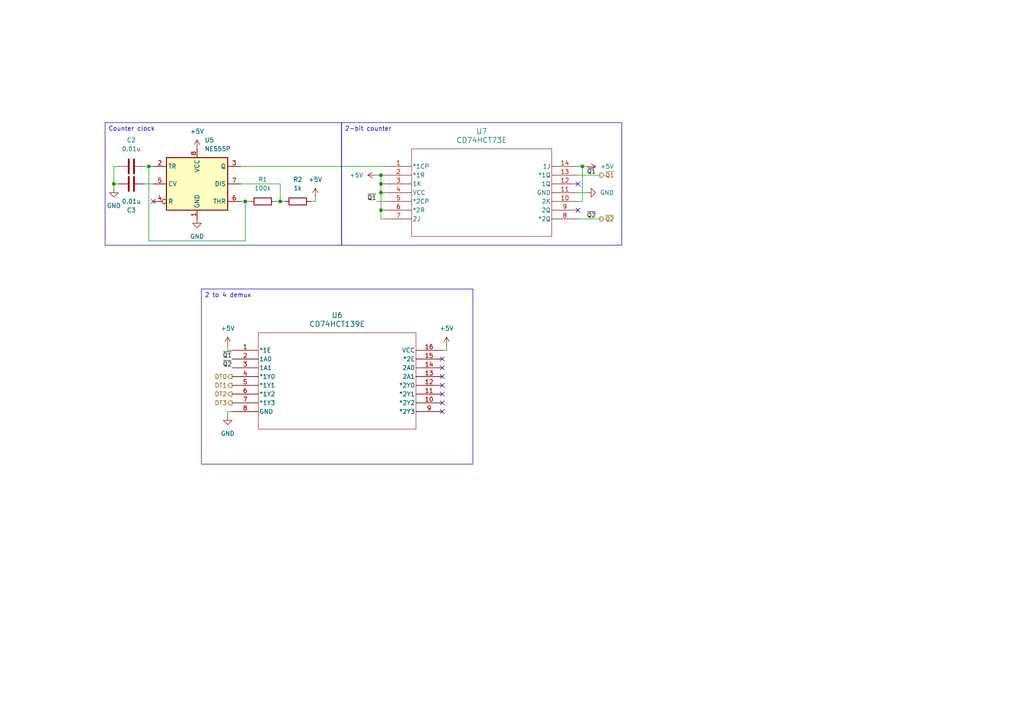
<source format=kicad_sch>
(kicad_sch (version 20231120) (generator "eeschema") (generator_version "8.0")
  (paper "A4")
  (lib_symbols
    (symbol "2x_2_to_4_demux:CD74HCT139E" (pin_names (offset 0.254))
      (property "Reference" "U" (at 30.48 10.16 0))
      (property "Value" "CD74HCT139E" (at 30.48 7.62 0))
      (symbol "CD74HCT139E_0_1"
        (polyline (pts (xy 7.62 -22.86) (xy 53.34 -22.86)) (stroke (width 0.127)))
        (polyline (pts (xy 7.62 5.08) (xy 7.62 -22.86)) (stroke (width 0.127)))
        (polyline (pts (xy 53.34 -22.86) (xy 53.34 5.08)) (stroke (width 0.127)))
        (polyline (pts (xy 53.34 5.08) (xy 7.62 5.08)) (stroke (width 0.127)))
        (pin input line (at 0 0 0) (length 7.62) (name "*1E") (number "1"))
        (pin output line (at 60.96 -15.24 180) (length 7.62) (name "*2Y2") (number "10"))
        (pin output line (at 60.96 -12.7 180) (length 7.62) (name "*2Y1") (number "11"))
        (pin output line (at 60.96 -10.16 180) (length 7.62) (name "*2Y0") (number "12"))
        (pin input line (at 60.96 -7.62 180) (length 7.62) (name "2A1") (number "13"))
        (pin input line (at 60.96 -5.08 180) (length 7.62) (name "2A0") (number "14"))
        (pin input line (at 60.96 -2.54 180) (length 7.62) (name "*2E") (number "15"))
        (pin power_in line (at 60.96 0 180) (length 7.62) (name "VCC") (number "16"))
        (pin input line (at 0 -2.54 0) (length 7.62) (name "1A0") (number "2"))
        (pin input line (at 0 -5.08 0) (length 7.62) (name "1A1") (number "3"))
        (pin output line (at 0 -7.62 0) (length 7.62) (name "*1Y0") (number "4"))
        (pin output line (at 0 -10.16 0) (length 7.62) (name "*1Y1") (number "5"))
        (pin output line (at 0 -12.7 0) (length 7.62) (name "*1Y2") (number "6"))
        (pin output line (at 0 -15.24 0) (length 7.62) (name "*1Y3") (number "7"))
        (pin power_in line (at 0 -17.78 0) (length 7.62) (name "GND") (number "8"))
        (pin output line (at 60.96 -17.78 180) (length 7.62) (name "*2Y3") (number "9"))
      )
    )
    (symbol "2x_JK_FF:CD74HCT73E" (pin_names (offset 0.254))
      (property "Reference" "U" (at 27.94 10.16 0))
      (property "Value" "CD74HCT73E" (at 27.94 7.62 0))
      (symbol "CD74HCT73E_0_1"
        (polyline (pts (xy 7.62 -20.32) (xy 48.26 -20.32)) (stroke (width 0.127)))
        (polyline (pts (xy 7.62 5.08) (xy 7.62 -20.32)) (stroke (width 0.127)))
        (polyline (pts (xy 48.26 -20.32) (xy 48.26 5.08)) (stroke (width 0.127)))
        (polyline (pts (xy 48.26 5.08) (xy 7.62 5.08)) (stroke (width 0.127)))
        (pin input line (at 0 0 0) (length 7.62) (name "*1CP") (number "1"))
        (pin input line (at 55.88 -10.16 180) (length 7.62) (name "2K") (number "10"))
        (pin power_in line (at 55.88 -7.62 180) (length 7.62) (name "GND") (number "11"))
        (pin output line (at 55.88 -5.08 180) (length 7.62) (name "1Q") (number "12"))
        (pin output line (at 55.88 -2.54 180) (length 7.62) (name "*1Q") (number "13"))
        (pin input line (at 55.88 0 180) (length 7.62) (name "1J") (number "14"))
        (pin input line (at 0 -2.54 0) (length 7.62) (name "*1R") (number "2"))
        (pin input line (at 0 -5.08 0) (length 7.62) (name "1K") (number "3"))
        (pin power_in line (at 0 -7.62 0) (length 7.62) (name "VCC") (number "4"))
        (pin input line (at 0 -10.16 0) (length 7.62) (name "*2CP") (number "5"))
        (pin input line (at 0 -12.7 0) (length 7.62) (name "*2R") (number "6"))
        (pin input line (at 0 -15.24 0) (length 7.62) (name "2J") (number "7"))
        (pin output line (at 55.88 -15.24 180) (length 7.62) (name "*2Q") (number "8"))
        (pin output line (at 55.88 -12.7 180) (length 7.62) (name "2Q") (number "9"))
      )
    )
    (symbol "Device:C" (pin_numbers hide) (pin_names (offset 0.254))
      (property "Reference" "C" (at 0.635 2.54 0))
      (property "Value" "C" (at 0.635 -2.54 0))
      (symbol "C_0_1"
        (polyline (pts (xy -2.032 -0.762) (xy 2.032 -0.762)) (stroke (width 0.508)))
        (polyline (pts (xy -2.032 0.762) (xy 2.032 0.762)) (stroke (width 0.508)))
      )
      (symbol "C_1_1"
        (pin passive line (at 0 3.81 270) (length 2.794) (name "~") (number "1"))
        (pin passive line (at 0 -3.81 90) (length 2.794) (name "~") (number "2"))
      )
    )
    (symbol "Device:R" (pin_numbers hide) (pin_names (offset 0))
      (property "Reference" "R" (at 2.032 0 90))
      (property "Value" "R" (at 0 0 90))
      (symbol "R_0_1"
        (rectangle (start -1.016 -2.54) (end 1.016 2.54) (stroke (width 0.254)))
      )
      (symbol "R_1_1"
        (pin passive line (at 0 3.81 270) (length 1.27) (name "~") (number "1"))
        (pin passive line (at 0 -3.81 90) (length 1.27) (name "~") (number "2"))
      )
    )
    (symbol "Timer:NE555P"
      (property "Reference" "U" (at -10.16 8.89 0))
      (property "Value" "NE555P" (at 2.54 8.89 0))
      (symbol "NE555P_0_0"
        (pin power_in line (at 0 -10.16 90) (length 2.54) (name "GND") (number "1"))
        (pin power_in line (at 0 10.16 270) (length 2.54) (name "VCC") (number "8"))
      )
      (symbol "NE555P_0_1"
        (rectangle (start -8.89 -7.62) (end 8.89 7.62) (stroke (width 0.254)) (fill (type background)))
        (rectangle (start -8.89 -7.62) (end 8.89 7.62) (stroke (width 0.254)) (fill (type background)))
      )
      (symbol "NE555P_1_1"
        (pin input line (at -12.7 5.08 0) (length 3.81) (name "TR") (number "2"))
        (pin output line (at 12.7 5.08 180) (length 3.81) (name "Q") (number "3"))
        (pin input inverted (at -12.7 -5.08 0) (length 3.81) (name "R") (number "4"))
        (pin input line (at -12.7 0 0) (length 3.81) (name "CV") (number "5"))
        (pin input line (at 12.7 -5.08 180) (length 3.81) (name "THR") (number "6"))
        (pin input line (at 12.7 0 180) (length 3.81) (name "DIS") (number "7"))
      )
    )
    (symbol "power:+5V" (power) (pin_numbers hide) (pin_names (offset 0) hide)
      (property "Value" "+5V" (at 0 3.556 0))
      (symbol "+5V_0_1"
        (polyline (pts (xy -0.762 1.27) (xy 0 2.54)))
        (polyline (pts (xy 0 0) (xy 0 2.54)))
        (polyline (pts (xy 0 2.54) (xy 0.762 1.27)))
      )
      (symbol "+5V_1_1"
        (pin power_in line (at 0 0 90) (length 0) (name "~") (number "1"))
      )
    )
    (symbol "power:GND" (power) (pin_numbers hide) (pin_names (offset 0) hide)
      (property "Value" "GND" (at 0 -3.81 0))
      (symbol "GND_0_1"
        (polyline (pts (xy 0 0) (xy 0 -1.27) (xy 1.27 -1.27) (xy 0 -2.54) (xy -1.27 -1.27) (xy 0 -1.27)))
      )
      (symbol "GND_1_1"
        (pin power_in line (at 0 0 270) (length 0) (name "~") (number "1"))
      )
    )
  )
  (junction (at 110.49 60.96))
  (junction (at 81.28 58.42))
  (junction (at 110.49 55.88))
  (junction (at 33.02 53.34))
  (junction (at 168.91 48.26))
  (junction (at 71.12 58.42))
  (junction (at 43.18 48.26))
  (junction (at 110.49 53.34))
  (junction (at 110.49 50.8))
  (no_connect (at 128.27 114.3))
  (no_connect (at 128.27 109.22))
  (no_connect (at 128.27 119.38))
  (no_connect (at 44.45 58.42))
  (no_connect (at 128.27 116.84))
  (no_connect (at 128.27 106.68))
  (no_connect (at 167.64 60.96))
  (no_connect (at 128.27 104.14))
  (no_connect (at 128.27 111.76))
  (no_connect (at 167.64 53.34))
  (wire (pts (xy 69.85 48.26) (xy 111.76 48.26)))
  (wire (pts (xy 80.01 58.42) (xy 81.28 58.42)))
  (wire (pts (xy 111.76 55.88) (xy 110.49 55.88)))
  (wire (pts (xy 110.49 50.8) (xy 111.76 50.8)))
  (wire (pts (xy 109.22 58.42) (xy 111.76 58.42)))
  (wire (pts (xy 33.02 53.34) (xy 33.02 54.61)))
  (wire (pts (xy 67.31 119.38) (xy 66.04 119.38)))
  (wire (pts (xy 129.54 100.33) (xy 129.54 101.6)))
  (wire (pts (xy 69.85 58.42) (xy 71.12 58.42)))
  (wire (pts (xy 66.04 101.6) (xy 67.31 101.6)))
  (wire (pts (xy 111.76 53.34) (xy 110.49 53.34)))
  (wire (pts (xy 110.49 60.96) (xy 110.49 63.5)))
  (wire (pts (xy 110.49 55.88) (xy 110.49 60.96)))
  (wire (pts (xy 41.91 53.34) (xy 44.45 53.34)))
  (wire (pts (xy 109.22 50.8) (xy 110.49 50.8)))
  (wire (pts (xy 71.12 69.85) (xy 71.12 58.42)))
  (wire (pts (xy 168.91 48.26) (xy 170.18 48.26)))
  (wire (pts (xy 129.54 101.6) (xy 128.27 101.6)))
  (wire (pts (xy 43.18 69.85) (xy 71.12 69.85)))
  (wire (pts (xy 66.04 100.33) (xy 66.04 101.6)))
  (wire (pts (xy 91.44 58.42) (xy 90.17 58.42)))
  (wire (pts (xy 168.91 58.42) (xy 168.91 48.26)))
  (wire (pts (xy 66.04 119.38) (xy 66.04 120.65)))
  (wire (pts (xy 167.64 48.26) (xy 168.91 48.26)))
  (wire (pts (xy 110.49 53.34) (xy 110.49 50.8)))
  (wire (pts (xy 71.12 58.42) (xy 72.39 58.42)))
  (wire (pts (xy 33.02 53.34) (xy 34.29 53.34)))
  (wire (pts (xy 167.64 50.8) (xy 173.99 50.8)))
  (wire (pts (xy 34.29 48.26) (xy 33.02 48.26)))
  (wire (pts (xy 167.64 58.42) (xy 168.91 58.42)))
  (wire (pts (xy 69.85 53.34) (xy 81.28 53.34)))
  (wire (pts (xy 81.28 58.42) (xy 82.55 58.42)))
  (wire (pts (xy 33.02 48.26) (xy 33.02 53.34)))
  (wire (pts (xy 167.64 55.88) (xy 170.18 55.88)))
  (wire (pts (xy 110.49 60.96) (xy 111.76 60.96)))
  (wire (pts (xy 41.91 48.26) (xy 43.18 48.26)))
  (wire (pts (xy 43.18 48.26) (xy 43.18 69.85)))
  (wire (pts (xy 110.49 53.34) (xy 110.49 55.88)))
  (wire (pts (xy 167.64 63.5) (xy 173.99 63.5)))
  (wire (pts (xy 81.28 53.34) (xy 81.28 58.42)))
  (wire (pts (xy 43.18 48.26) (xy 44.45 48.26)))
  (wire (pts (xy 111.76 63.5) (xy 110.49 63.5)))
  (wire (pts (xy 91.44 57.15) (xy 91.44 58.42)))
  (text_box "2 to 4 demux" (at 58.42 83.82 0) (size 78.74 50.8) (effects (font (size 1.27 1.27)) (justify left top)))
  (text_box "Counter clock" (at 30.48 35.56 0) (size 68.58 35.56) (effects (font (size 1.27 1.27)) (justify left top)))
  (text_box "2-bit counter" (at 99.06 35.56 0) (size 81.28 35.56) (effects (font (size 1.27 1.27)) (justify left top)))
  (label "~{Q1}" (at 170.18 50.8 0))
  (label "~{Q2}" (at 170.18 63.5 0))
  (label "~{Q1}" (at 67.31 104.14 180))
  (label "~{Q1}" (at 109.22 58.42 180))
  (label "~{Q2}" (at 67.31 106.68 180))
  (hierarchical_label "DT3" (shape output) (at 67.31 116.84 180))
  (hierarchical_label "~{Q2}" (shape output) (at 173.99 63.5 0))
  (hierarchical_label "DT0" (shape output) (at 67.31 109.22 180))
  (hierarchical_label "DT1" (shape output) (at 67.31 111.76 180))
  (hierarchical_label "~{Q1}" (shape output) (at 173.99 50.8 0))
  (hierarchical_label "DT2" (shape output) (at 67.31 114.3 180))
  (symbol (lib_id "Device:R") (at 86.36 58.42 90) (mirror x) (unit 1)
    (property "Reference" "R2" (at 86.36 52.07 90))
    (property "Value" "1k" (at 86.36 54.61 90))
    (property "Footprint" "_DownloadFootprints:CF_series_Resistors_THT" (effects (hide yes)))
    (property "Description" "Resistor" (effects (hide yes)))
  )
  (symbol (lib_id "power:+5V") (at 170.18 48.26 270) (mirror x) (unit 1)
    (property "Reference" "#PWR022" (effects (hide yes)))
    (property "Value" "+5V" (at 173.99 48.2599 90) (effects (justify left)))
    (property "Description" "Power symbol creates a global label with name \"+5V\"" (effects (hide yes)))
  )
  (symbol (lib_id "2x_JK_FF:CD74HCT73E") (at 111.76 48.26 0) (unit 1)
    (property "Reference" "U7" (at 139.7 38.1 0) (effects (font (size 1.524 1.524))))
    (property "Value" "CD74HCT73E" (at 139.7 40.64 0) (effects (font (size 1.524 1.524))))
    (property "Footprint" "_DownloadFootprints:2x_JK_FF" (effects (hide yes)))
    (property "Datasheet" "CD74HCT73E" (effects (hide yes)))
  )
  (symbol (lib_id "2x_2_to_4_demux:CD74HCT139E") (at 67.31 101.6 0) (unit 1)
    (property "Reference" "U6" (at 97.79 91.44 0) (effects (font (size 1.524 1.524))))
    (property "Value" "CD74HCT139E" (at 97.79 93.98 0) (effects (font (size 1.524 1.524))))
    (property "Footprint" "_DownloadFootprints:2x_2_to_4_demux" (effects (hide yes)))
    (property "Datasheet" "CD74HCT139E" (effects (hide yes)))
  )
  (symbol (lib_id "power:+5V") (at 66.04 100.33 0) (unit 1)
    (property "Reference" "#PWR017" (effects (hide yes)))
    (property "Value" "+5V" (at 66.04 95.25 0))
    (property "Description" "Power symbol creates a global label with name \"+5V\"" (effects (hide yes)))
  )
  (symbol (lib_id "Device:R") (at 76.2 58.42 90) (mirror x) (unit 1)
    (property "Reference" "R1" (at 76.2 52.07 90))
    (property "Value" "100k" (at 76.2 54.61 90))
    (property "Footprint" "_DownloadFootprints:CF_series_Resistors_THT" (effects (hide yes)))
    (property "Description" "Resistor" (effects (hide yes)))
  )
  (symbol (lib_id "power:+5V") (at 129.54 100.33 0) (mirror y) (unit 1)
    (property "Reference" "#PWR021" (effects (hide yes)))
    (property "Value" "+5V" (at 129.54 95.25 0))
    (property "Description" "Power symbol creates a global label with name \"+5V\"" (effects (hide yes)))
  )
  (symbol (lib_id "power:+5V") (at 109.22 50.8 90) (unit 1)
    (property "Reference" "#PWR020" (effects (hide yes)))
    (property "Value" "+5V" (at 105.41 50.7999 90) (effects (justify left)))
    (property "Description" "Power symbol creates a global label with name \"+5V\"" (effects (hide yes)))
  )
  (symbol (lib_id "power:GND") (at 57.15 63.5 0) (unit 1)
    (property "Reference" "#PWR016" (effects (hide yes)))
    (property "Value" "GND" (at 57.15 68.58 0))
    (property "Description" "Power symbol creates a global label with name \"GND\" , ground" (effects (hide yes)))
  )
  (symbol (lib_id "power:GND") (at 170.18 55.88 90) (unit 1)
    (property "Reference" "#PWR023" (effects (hide yes)))
    (property "Value" "GND" (at 173.99 55.8799 90) (effects (justify right)))
    (property "Description" "Power symbol creates a global label with name \"GND\" , ground" (effects (hide yes)))
  )
  (symbol (lib_id "power:+5V") (at 57.15 43.18 0) (unit 1)
    (property "Reference" "#PWR015" (effects (hide yes)))
    (property "Value" "+5V" (at 57.15 38.1 0))
    (property "Description" "Power symbol creates a global label with name \"+5V\"" (effects (hide yes)))
  )
  (symbol (lib_id "Device:C") (at 38.1 48.26 90) (unit 1)
    (property "Reference" "C2" (at 38.1 40.64 90))
    (property "Value" "0.01u" (at 38.1 43.18 90))
    (property "Footprint" "Capacitor_THT:C_Disc_D5.0mm_W2.5mm_P2.50mm" (effects (hide yes)))
    (property "Description" "Unpolarized capacitor" (effects (hide yes)))
  )
  (symbol (lib_id "power:GND") (at 66.04 120.65 0) (unit 1)
    (property "Reference" "#PWR018" (effects (hide yes)))
    (property "Value" "GND" (at 66.04 125.73 0))
    (property "Description" "Power symbol creates a global label with name \"GND\" , ground" (effects (hide yes)))
  )
  (symbol (lib_id "power:+5V") (at 91.44 57.15 0) (unit 1)
    (property "Reference" "#PWR019" (effects (hide yes)))
    (property "Value" "+5V" (at 91.44 52.07 0))
    (property "Description" "Power symbol creates a global label with name \"+5V\"" (effects (hide yes)))
  )
  (symbol (lib_id "Timer:NE555P") (at 57.15 53.34 0) (unit 1)
    (property "Reference" "U5" (at 59.3441 40.64 0) (effects (justify left)))
    (property "Value" "NE555P" (at 59.3441 43.18 0) (effects (justify left)))
    (property "Footprint" "Package_DIP:DIP-8_W7.62mm" (effects (hide yes)))
    (property "Datasheet" "http://www.ti.com/lit/ds/symlink/ne555.pdf" (effects (hide yes)))
    (property "Description" "Precision Timers, 555 compatible,  PDIP-8" (effects (hide yes)))
  )
  (symbol (lib_id "power:GND") (at 33.02 54.61 0) (unit 1)
    (property "Reference" "#PWR014" (effects (hide yes)))
    (property "Value" "GND" (at 33.02 59.69 0))
    (property "Description" "Power symbol creates a global label with name \"GND\" , ground" (effects (hide yes)))
  )
  (symbol (lib_id "Device:C") (at 38.1 53.34 90) (mirror x) (unit 1)
    (property "Reference" "C3" (at 38.1 60.96 90))
    (property "Value" "0.01u" (at 38.1 58.42 90))
    (property "Footprint" "Capacitor_THT:C_Disc_D5.0mm_W2.5mm_P2.50mm" (effects (hide yes)))
    (property "Description" "Unpolarized capacitor" (effects (hide yes)))
  )
)
</source>
